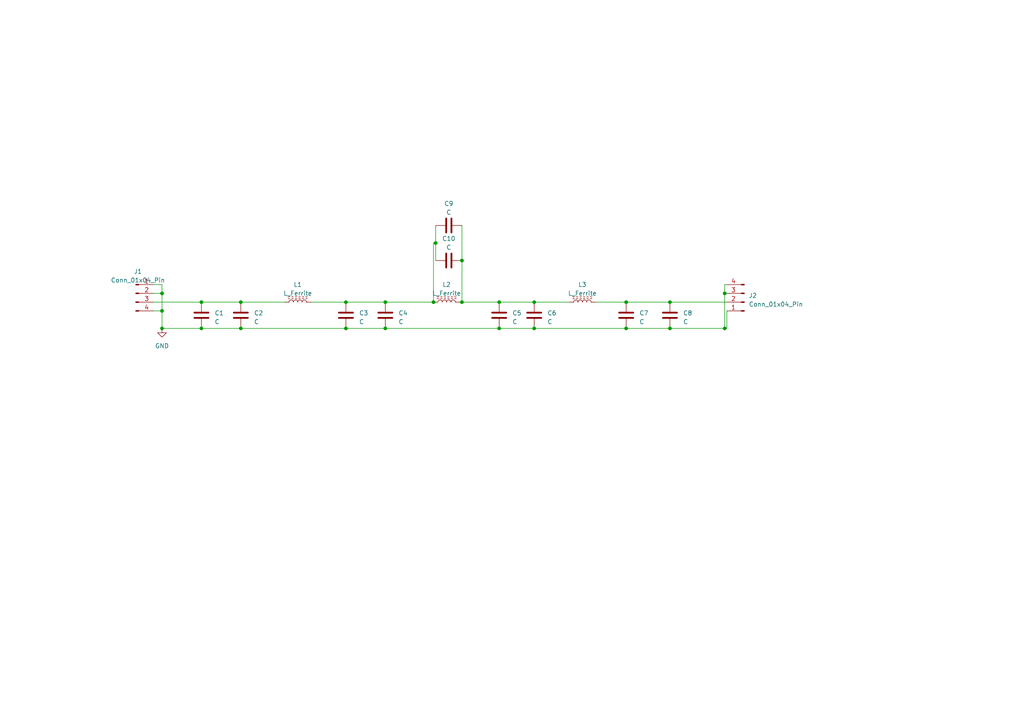
<source format=kicad_sch>
(kicad_sch (version 20230121) (generator eeschema)
  (paper "A4")
  (title_block (title "Low Pass RF Filter W3NQN") (rev "1.0"))
  (lib_symbols
    (symbol "Connector:Conn_01x04_Pin" (pin_names (offset 1.016) hide)
      (property "Reference" "J" (at 0 5.08 0))
      (property "Value" "Conn_01x04_Pin" (at 0 -7.62 0))
      (symbol "Conn_01x04_Pin_1_1"
        (polyline (pts (xy 1.27 -5.08) (xy 0.8636 -5.08)) (stroke (width 0.1524)))
        (polyline (pts (xy 1.27 -2.54) (xy 0.8636 -2.54)) (stroke (width 0.1524)))
        (polyline (pts (xy 1.27 0) (xy 0.8636 0)) (stroke (width 0.1524)))
        (polyline (pts (xy 1.27 2.54) (xy 0.8636 2.54)) (stroke (width 0.1524)))
        (rectangle (start 0.8636 -4.953) (end 0 -5.207) (stroke (width 0.1524)) (fill (type outline)))
        (rectangle (start 0.8636 -2.413) (end 0 -2.667) (stroke (width 0.1524)) (fill (type outline)))
        (rectangle (start 0.8636 0.127) (end 0 -0.127) (stroke (width 0.1524)) (fill (type outline)))
        (rectangle (start 0.8636 2.667) (end 0 2.413) (stroke (width 0.1524)) (fill (type outline)))
        (pin passive line (at 5.08 2.54 180) (length 3.81) (name "Pin_1") (number "1"))
        (pin passive line (at 5.08 0 180) (length 3.81) (name "Pin_2") (number "2"))
        (pin passive line (at 5.08 -2.54 180) (length 3.81) (name "Pin_3") (number "3"))
        (pin passive line (at 5.08 -5.08 180) (length 3.81) (name "Pin_4") (number "4"))
      )
    )
    (symbol "Device:C" (pin_numbers hide) (pin_names (offset 0.254))
      (property "Reference" "C" (at 0.635 2.54 0))
      (property "Value" "C" (at 0.635 -2.54 0))
      (symbol "C_0_1"
        (polyline (pts (xy -2.032 -0.762) (xy 2.032 -0.762)) (stroke (width 0.508)))
        (polyline (pts (xy -2.032 0.762) (xy 2.032 0.762)) (stroke (width 0.508)))
      )
      (symbol "C_1_1"
        (pin passive line (at 0 3.81 270) (length 2.794) (name "~") (number "1"))
        (pin passive line (at 0 -3.81 90) (length 2.794) (name "~") (number "2"))
      )
    )
    (symbol "Device:L_Ferrite" (pin_numbers hide) (pin_names (offset 1.016) hide)
      (property "Reference" "L" (at -1.27 0 90))
      (property "Value" "L_Ferrite" (at 2.794 0 90))
      (symbol "L_Ferrite_0_1"
        (arc (start 0 -2.54) (mid 0.6323 -1.905) (end 0 -1.27))
        (arc (start 0 -1.27) (mid 0.6323 -0.635) (end 0 0))
        (polyline (pts (xy 1.016 -2.794) (xy 1.016 -2.286)))
        (polyline (pts (xy 1.016 -1.778) (xy 1.016 -1.27)))
        (polyline (pts (xy 1.016 -0.762) (xy 1.016 -0.254)))
        (polyline (pts (xy 1.016 0.254) (xy 1.016 0.762)))
        (polyline (pts (xy 1.016 1.27) (xy 1.016 1.778)))
        (polyline (pts (xy 1.016 2.286) (xy 1.016 2.794)))
        (polyline (pts (xy 1.524 -2.286) (xy 1.524 -2.794)))
        (polyline (pts (xy 1.524 -1.27) (xy 1.524 -1.778)))
        (polyline (pts (xy 1.524 -0.254) (xy 1.524 -0.762)))
        (polyline (pts (xy 1.524 0.762) (xy 1.524 0.254)))
        (polyline (pts (xy 1.524 1.778) (xy 1.524 1.27)))
        (polyline (pts (xy 1.524 2.794) (xy 1.524 2.286)))
        (arc (start 0 0) (mid 0.6323 0.635) (end 0 1.27))
        (arc (start 0 1.27) (mid 0.6323 1.905) (end 0 2.54))
      )
      (symbol "L_Ferrite_1_1"
        (pin passive line (at 0 3.81 270) (length 1.27) (name "1") (number "1"))
        (pin passive line (at 0 -3.81 90) (length 1.27) (name "2") (number "2"))
      )
    )
    (symbol "power:GND" (power) (pin_names (offset 0))
      (property "Value" "GND" (at 0 -3.81 0))
      (symbol "GND_0_1"
        (polyline (pts (xy 0 0) (xy 0 -1.27) (xy 1.27 -1.27) (xy 0 -2.54) (xy -1.27 -1.27) (xy 0 -1.27)))
      )
      (symbol "GND_1_1"
        (pin power_in line (at 0 0 270) (length 0) hide (name "GND") (number "1"))
      )
    )
  )
  (junction (at 144.78 95.25))
  (junction (at 144.78 87.63))
  (junction (at 194.31 87.63))
  (junction (at 58.42 87.63))
  (junction (at 100.33 95.25))
  (junction (at 69.85 95.25))
  (junction (at 133.985 75.565))
  (junction (at 100.33 87.63))
  (junction (at 210.185 85.09))
  (junction (at 181.61 95.25))
  (junction (at 154.94 95.25))
  (junction (at 46.99 90.17))
  (junction (at 58.42 95.25))
  (junction (at 111.76 87.63))
  (junction (at 46.99 85.09))
  (junction (at 154.94 87.63))
  (junction (at 210.185 95.25))
  (junction (at 125.73 87.63))
  (junction (at 181.61 87.63))
  (junction (at 194.31 95.25))
  (junction (at 69.85 87.63))
  (junction (at 133.985 87.63))
  (junction (at 46.99 95.25))
  (junction (at 126.365 70.485))
  (junction (at 111.76 95.25))
  (wire (pts (xy 154.94 87.63) (xy 165.1 87.63)))
  (wire (pts (xy 154.94 95.25) (xy 181.61 95.25)))
  (wire (pts (xy 210.82 90.17) (xy 210.82 95.25)))
  (wire (pts (xy 144.78 87.63) (xy 154.94 87.63)))
  (wire (pts (xy 69.85 95.25) (xy 100.33 95.25)))
  (wire (pts (xy 46.99 85.09) (xy 46.99 90.17)))
  (wire (pts (xy 133.35 87.63) (xy 133.985 87.63)))
  (wire (pts (xy 111.76 95.25) (xy 144.78 95.25)))
  (wire (pts (xy 46.99 82.55) (xy 46.99 85.09)))
  (wire (pts (xy 194.31 87.63) (xy 210.82 87.63)))
  (wire (pts (xy 69.85 87.63) (xy 82.55 87.63)))
  (wire (pts (xy 125.73 87.63) (xy 125.73 70.485)))
  (wire (pts (xy 44.45 82.55) (xy 46.99 82.55)))
  (wire (pts (xy 111.76 87.63) (xy 125.73 87.63)))
  (wire (pts (xy 125.73 70.485) (xy 126.365 70.485)))
  (wire (pts (xy 44.45 90.17) (xy 46.99 90.17)))
  (wire (pts (xy 126.365 70.485) (xy 126.365 75.565)))
  (wire (pts (xy 133.985 65.405) (xy 133.985 75.565)))
  (wire (pts (xy 44.45 87.63) (xy 58.42 87.63)))
  (wire (pts (xy 46.99 95.25) (xy 58.42 95.25)))
  (wire (pts (xy 46.99 90.17) (xy 46.99 95.25)))
  (wire (pts (xy 133.985 75.565) (xy 133.985 87.63)))
  (wire (pts (xy 133.985 87.63) (xy 144.78 87.63)))
  (wire (pts (xy 210.82 82.55) (xy 210.185 82.55)))
  (wire (pts (xy 210.185 95.25) (xy 194.31 95.25)))
  (wire (pts (xy 181.61 87.63) (xy 194.31 87.63)))
  (wire (pts (xy 100.33 95.25) (xy 111.76 95.25)))
  (wire (pts (xy 100.33 87.63) (xy 111.76 87.63)))
  (wire (pts (xy 90.17 87.63) (xy 100.33 87.63)))
  (wire (pts (xy 58.42 87.63) (xy 69.85 87.63)))
  (wire (pts (xy 126.365 65.405) (xy 126.365 70.485)))
  (wire (pts (xy 44.45 85.09) (xy 46.99 85.09)))
  (wire (pts (xy 210.82 95.25) (xy 210.185 95.25)))
  (wire (pts (xy 210.82 85.09) (xy 210.185 85.09)))
  (wire (pts (xy 210.185 82.55) (xy 210.185 85.09)))
  (wire (pts (xy 172.72 87.63) (xy 181.61 87.63)))
  (wire (pts (xy 210.185 85.09) (xy 210.185 95.25)))
  (wire (pts (xy 58.42 95.25) (xy 69.85 95.25)))
  (wire (pts (xy 181.61 95.25) (xy 194.31 95.25)))
  (wire (pts (xy 144.78 95.25) (xy 154.94 95.25)))
  (symbol (lib_id "Device:C") (at 154.94 91.44 0) (unit 1)
    (property "Reference" "C6" (at 158.75 90.805 0) (effects (justify left)))
    (property "Value" "C" (at 158.75 93.345 0) (effects (justify left)))
    (property "Footprint" "Capacitor_SMD:C_1206_3216Metric_Pad1.33x1.80mm_HandSolder" (effects hide))
  )
  (symbol (lib_id "Device:C") (at 194.31 91.44 0) (unit 1)
    (property "Reference" "C8" (at 198.12 90.805 0) (effects (justify left)))
    (property "Value" "C" (at 198.12 93.345 0) (effects (justify left)))
    (property "Footprint" "Capacitor_SMD:C_1206_3216Metric_Pad1.33x1.80mm_HandSolder" (effects hide))
  )
  (symbol (lib_id "Device:C") (at 130.175 75.565 90) (unit 1)
    (property "Reference" "C10" (at 130.175 69.215 90))
    (property "Value" "C" (at 130.175 71.755 90))
    (property "Footprint" "Capacitor_SMD:C_1206_3216Metric_Pad1.33x1.80mm_HandSolder" (effects hide))
  )
  (symbol (lib_id "Connector:Conn_01x04_Pin") (at 39.37 85.09 0) (unit 1)
    (property "Reference" "J1" (at 40.005 78.74 0))
    (property "Value" "Conn_01x04_Pin" (at 40.005 81.28 0))
    (property "Footprint" "Connector_PinHeader_2.54mm:PinHeader_1x04_P2.54mm_Vertical" (effects hide))
  )
  (symbol (lib_id "Device:L_Ferrite") (at 129.54 87.63 90) (unit 1)
    (property "Reference" "L2" (at 129.54 82.55 90))
    (property "Value" "L_Ferrite" (at 129.54 85.09 90))
    (property "Footprint" "Inductor_THT:L_Axial_L5.3mm_D2.2mm_P7.62mm_Horizontal_Vishay_IM-1" (effects hide))
  )
  (symbol (lib_id "Device:L_Ferrite") (at 168.91 87.63 90) (unit 1)
    (property "Reference" "L3" (at 168.91 82.55 90))
    (property "Value" "L_Ferrite" (at 168.91 85.09 90))
    (property "Footprint" "Inductor_THT:L_Axial_L5.3mm_D2.2mm_P7.62mm_Horizontal_Vishay_IM-1" (effects hide))
  )
  (symbol (lib_id "Device:C") (at 130.175 65.405 90) (unit 1)
    (property "Reference" "C9" (at 130.175 59.055 90))
    (property "Value" "C" (at 130.175 61.595 90))
    (property "Footprint" "Capacitor_SMD:C_1206_3216Metric_Pad1.33x1.80mm_HandSolder" (effects hide))
  )
  (symbol (lib_id "Device:C") (at 144.78 91.44 0) (unit 1)
    (property "Reference" "C5" (at 148.59 90.805 0) (effects (justify left)))
    (property "Value" "C" (at 148.59 93.345 0) (effects (justify left)))
    (property "Footprint" "Capacitor_SMD:C_1206_3216Metric_Pad1.33x1.80mm_HandSolder" (effects hide))
  )
  (symbol (lib_id "Device:L_Ferrite") (at 86.36 87.63 90) (unit 1)
    (property "Reference" "L1" (at 86.36 82.55 90))
    (property "Value" "L_Ferrite" (at 86.36 85.09 90))
    (property "Footprint" "Inductor_THT:L_Axial_L5.3mm_D2.2mm_P7.62mm_Horizontal_Vishay_IM-1" (effects hide))
  )
  (symbol (lib_id "Device:C") (at 100.33 91.44 0) (unit 1)
    (property "Reference" "C3" (at 104.14 90.805 0) (effects (justify left)))
    (property "Value" "C" (at 104.14 93.345 0) (effects (justify left)))
    (property "Footprint" "Capacitor_SMD:C_1206_3216Metric_Pad1.33x1.80mm_HandSolder" (effects hide))
  )
  (symbol (lib_id "power:GND") (at 46.99 95.25 0) (unit 1)
    (property "Reference" "#PWR01" (effects hide))
    (property "Value" "GND" (at 46.99 100.33 0))
  )
  (symbol (lib_id "Connector:Conn_01x04_Pin") (at 215.9 87.63 180) (unit 1)
    (property "Reference" "J2" (at 217.17 85.725 0) (effects (justify right)))
    (property "Value" "Conn_01x04_Pin" (at 217.17 88.265 0) (effects (justify right)))
    (property "Footprint" "Connector_PinHeader_2.54mm:PinHeader_1x04_P2.54mm_Vertical" (effects hide))
  )
  (symbol (lib_id "Device:C") (at 69.85 91.44 0) (unit 1)
    (property "Reference" "C2" (at 73.66 90.805 0) (effects (justify left)))
    (property "Value" "C" (at 73.66 93.345 0) (effects (justify left)))
    (property "Footprint" "Capacitor_SMD:C_1206_3216Metric_Pad1.33x1.80mm_HandSolder" (effects hide))
  )
  (symbol (lib_id "Device:C") (at 181.61 91.44 0) (unit 1)
    (property "Reference" "C7" (at 185.42 90.805 0) (effects (justify left)))
    (property "Value" "C" (at 185.42 93.345 0) (effects (justify left)))
    (property "Footprint" "Capacitor_SMD:C_1206_3216Metric_Pad1.33x1.80mm_HandSolder" (effects hide))
  )
  (symbol (lib_id "Device:C") (at 111.76 91.44 0) (unit 1)
    (property "Reference" "C4" (at 115.57 90.805 0) (effects (justify left)))
    (property "Value" "C" (at 115.57 93.345 0) (effects (justify left)))
    (property "Footprint" "Capacitor_SMD:C_1206_3216Metric_Pad1.33x1.80mm_HandSolder" (effects hide))
  )
  (symbol (lib_id "Device:C") (at 58.42 91.44 0) (unit 1)
    (property "Reference" "C1" (at 62.23 90.805 0) (effects (justify left)))
    (property "Value" "C" (at 62.23 93.345 0) (effects (justify left)))
    (property "Footprint" "Capacitor_SMD:C_1206_3216Metric_Pad1.33x1.80mm_HandSolder" (effects hide))
  )
)
</source>
